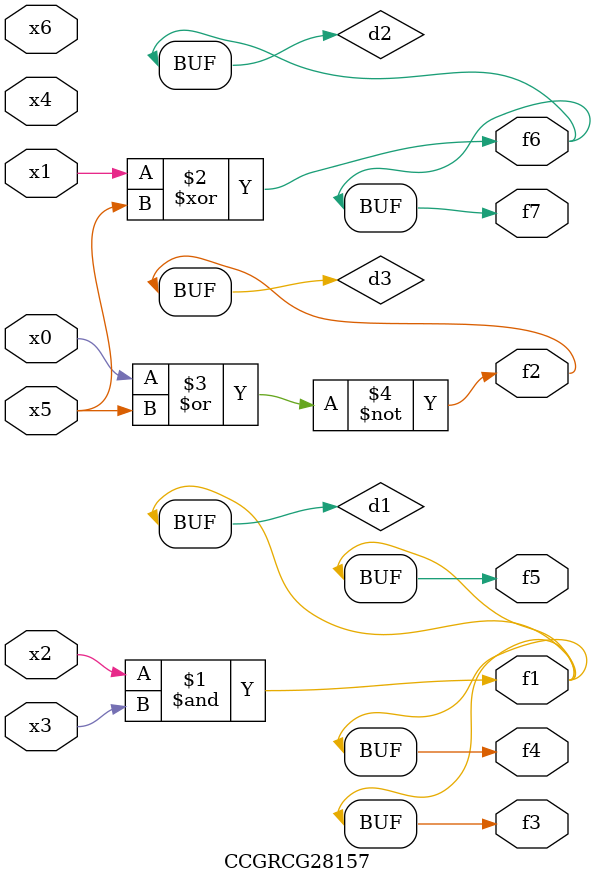
<source format=v>
module CCGRCG28157(
	input x0, x1, x2, x3, x4, x5, x6,
	output f1, f2, f3, f4, f5, f6, f7
);

	wire d1, d2, d3;

	and (d1, x2, x3);
	xor (d2, x1, x5);
	nor (d3, x0, x5);
	assign f1 = d1;
	assign f2 = d3;
	assign f3 = d1;
	assign f4 = d1;
	assign f5 = d1;
	assign f6 = d2;
	assign f7 = d2;
endmodule

</source>
